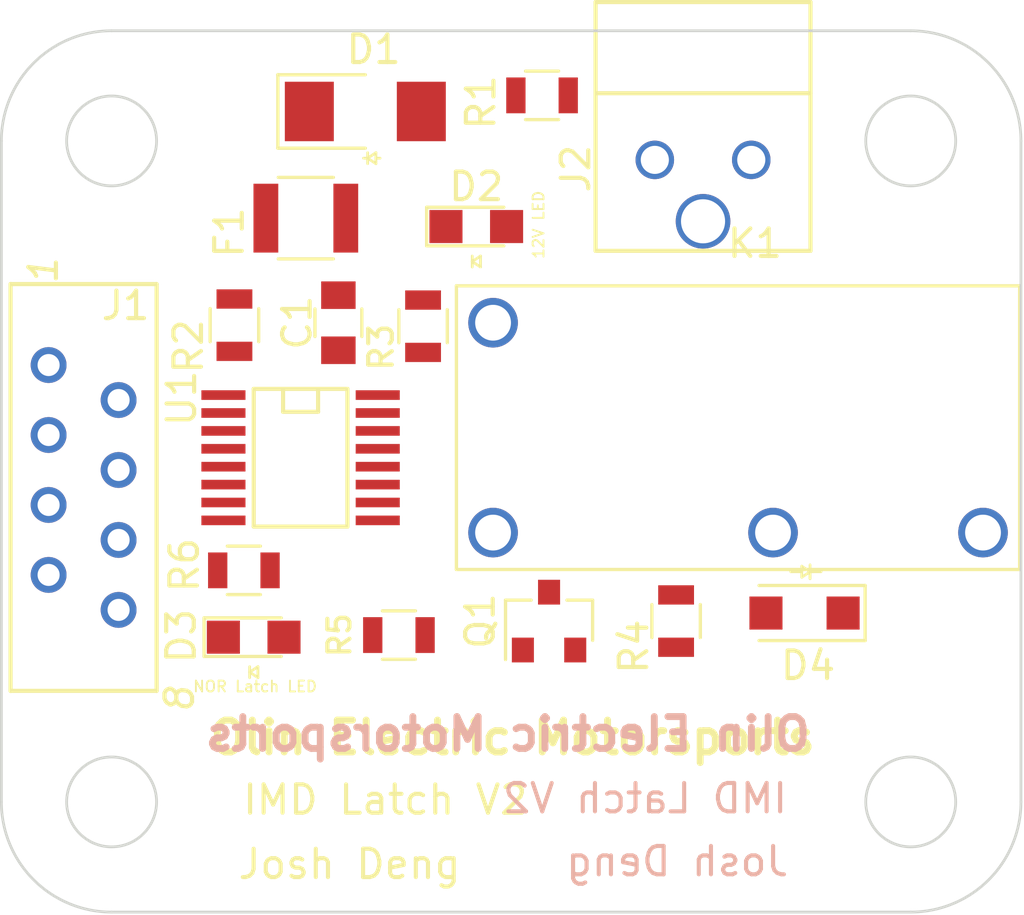
<source format=kicad_pcb>
(kicad_pcb (version 4) (host pcbnew 4.0.7-e2-6376~58~ubuntu16.04.1)

  (general
    (links 35)
    (no_connects 32)
    (area 139.8905 89.716899 177.428901 123.100301)
    (thickness 1.6)
    (drawings 36)
    (tracks 0)
    (zones 0)
    (modules 17)
    (nets 23)
  )

  (page A4)
  (layers
    (0 F.Cu signal)
    (31 B.Cu signal)
    (32 B.Adhes user hide)
    (33 F.Adhes user hide)
    (34 B.Paste user hide)
    (35 F.Paste user hide)
    (36 B.SilkS user)
    (37 F.SilkS user)
    (38 B.Mask user hide)
    (39 F.Mask user hide)
    (40 Dwgs.User user)
    (41 Cmts.User user hide)
    (42 Eco1.User user hide)
    (43 Eco2.User user hide)
    (44 Edge.Cuts user)
    (45 Margin user)
    (46 B.CrtYd user hide)
    (47 F.CrtYd user)
    (48 B.Fab user hide)
    (49 F.Fab user)
  )

  (setup
    (last_trace_width 0.1524)
    (user_trace_width 0.254)
    (user_trace_width 0.381)
    (user_trace_width 0.508)
    (user_trace_width 0.762)
    (trace_clearance 0.1524)
    (zone_clearance 0.508)
    (zone_45_only yes)
    (trace_min 0.1524)
    (segment_width 0.2)
    (edge_width 0.15)
    (via_size 0.6096)
    (via_drill 0.3048)
    (via_min_size 0.6096)
    (via_min_drill 0.3048)
    (uvia_size 0.3)
    (uvia_drill 0.1)
    (uvias_allowed no)
    (uvia_min_size 0)
    (uvia_min_drill 0)
    (pcb_text_width 0.3)
    (pcb_text_size 1.5 1.5)
    (mod_edge_width 0.15)
    (mod_text_size 1 1)
    (mod_text_width 0.15)
    (pad_size 1.524 1.524)
    (pad_drill 0.762)
    (pad_to_mask_clearance 0.2)
    (aux_axis_origin 0 0)
    (grid_origin 150.0505 100.9523)
    (visible_elements 7FFFFF7F)
    (pcbplotparams
      (layerselection 0x010f0_80000001)
      (usegerberextensions false)
      (excludeedgelayer true)
      (linewidth 0.100000)
      (plotframeref false)
      (viasonmask false)
      (mode 1)
      (useauxorigin false)
      (hpglpennumber 1)
      (hpglpenspeed 20)
      (hpglpendiameter 15)
      (hpglpenoverlay 2)
      (psnegative false)
      (psa4output false)
      (plotreference true)
      (plotvalue true)
      (plotinvisibletext false)
      (padsonsilk false)
      (subtractmaskfromsilk false)
      (outputformat 1)
      (mirror false)
      (drillshape 0)
      (scaleselection 1)
      (outputdirectory exports/))
  )

  (net 0 "")
  (net 1 "Net-(C1-Pad1)")
  (net 2 GND)
  (net 3 +12V)
  (net 4 "Net-(D2-Pad2)")
  (net 5 "Net-(D3-Pad2)")
  (net 6 /12V_Fused)
  (net 7 "Net-(J1-Pad3)")
  (net 8 "Net-(J1-Pad8)")
  (net 9 "Net-(J2-Pad2)")
  (net 10 "Net-(J2-Pad1)")
  (net 11 "Net-(Q1-Pad1)")
  (net 12 "Net-(U1-Pad1)")
  (net 13 "Net-(U1-Pad2)")
  (net 14 "Net-(U1-Pad3)")
  (net 15 "Net-(U1-Pad4)")
  (net 16 "Net-(U1-Pad10)")
  (net 17 "Net-(U1-Pad11)")
  (net 18 "Net-(U1-Pad12)")
  (net 19 "Net-(U1-Pad13)")
  (net 20 "Net-(U1-Pad14)")
  (net 21 "Net-(U1-Pad15)")
  (net 22 "Net-(D4-Pad2)")

  (net_class Default "This is the default net class."
    (clearance 0.1524)
    (trace_width 0.1524)
    (via_dia 0.6096)
    (via_drill 0.3048)
    (uvia_dia 0.3)
    (uvia_drill 0.1)
    (add_net +12V)
    (add_net /12V_Fused)
    (add_net GND)
    (add_net "Net-(C1-Pad1)")
    (add_net "Net-(D2-Pad2)")
    (add_net "Net-(D3-Pad2)")
    (add_net "Net-(D4-Pad2)")
    (add_net "Net-(J1-Pad3)")
    (add_net "Net-(J1-Pad8)")
    (add_net "Net-(J2-Pad1)")
    (add_net "Net-(J2-Pad2)")
    (add_net "Net-(Q1-Pad1)")
    (add_net "Net-(U1-Pad1)")
    (add_net "Net-(U1-Pad10)")
    (add_net "Net-(U1-Pad11)")
    (add_net "Net-(U1-Pad12)")
    (add_net "Net-(U1-Pad13)")
    (add_net "Net-(U1-Pad14)")
    (add_net "Net-(U1-Pad15)")
    (add_net "Net-(U1-Pad2)")
    (add_net "Net-(U1-Pad3)")
    (add_net "Net-(U1-Pad4)")
  )

  (module footprints:R_0805_OEM (layer F.Cu) (tedit 59F25131) (tstamp 5A0794AE)
    (at 149.0091 110.5789)
    (descr "Resistor SMD 0805, reflow soldering, Vishay (see dcrcw.pdf)")
    (tags "resistor 0805")
    (path /5A077434)
    (attr smd)
    (fp_text reference R6 (at -2.159 -0.1905 90) (layer F.SilkS)
      (effects (font (size 1 1) (thickness 0.15)))
    )
    (fp_text value R_2.2k (at 0 1.75) (layer F.Fab) hide
      (effects (font (size 1 1) (thickness 0.15)))
    )
    (fp_line (start -1 0.62) (end -1 -0.62) (layer F.Fab) (width 0.1))
    (fp_line (start 1 0.62) (end -1 0.62) (layer F.Fab) (width 0.1))
    (fp_line (start 1 -0.62) (end 1 0.62) (layer F.Fab) (width 0.1))
    (fp_line (start -1 -0.62) (end 1 -0.62) (layer F.Fab) (width 0.1))
    (fp_line (start 0.6 0.88) (end -0.6 0.88) (layer F.SilkS) (width 0.12))
    (fp_line (start -0.6 -0.88) (end 0.6 -0.88) (layer F.SilkS) (width 0.12))
    (fp_line (start -1.55 -0.9) (end 1.55 -0.9) (layer F.CrtYd) (width 0.05))
    (fp_line (start -1.55 -0.9) (end -1.55 0.9) (layer F.CrtYd) (width 0.05))
    (fp_line (start 1.55 0.9) (end 1.55 -0.9) (layer F.CrtYd) (width 0.05))
    (fp_line (start 1.55 0.9) (end -1.55 0.9) (layer F.CrtYd) (width 0.05))
    (pad 1 smd rect (at -0.95 0) (size 0.7 1.3) (layers F.Cu F.Paste F.Mask)
      (net 7 "Net-(J1-Pad3)"))
    (pad 2 smd rect (at 0.95 0) (size 0.7 1.3) (layers F.Cu F.Paste F.Mask)
      (net 2 GND))
    (model /home/josh/Formula/OEM_Preferred_Parts/3DModels/R_0805_OEM/res0805.wrl
      (at (xyz 0 0 0))
      (scale (xyz 1 1 1))
      (rotate (xyz 0 0 0))
    )
  )

  (module footprints:LED_0805_OEM (layer F.Cu) (tedit 59F2572F) (tstamp 5A0793DF)
    (at 149.3647 113.0046)
    (descr "LED 0805 smd package")
    (tags "LED led 0805 SMD smd SMT smt smdled SMDLED smtled SMTLED")
    (path /5A0578CF)
    (attr smd)
    (fp_text reference D3 (at -2.63 -0.04 90) (layer F.SilkS)
      (effects (font (size 1 1) (thickness 0.15)))
    )
    (fp_text value LED_0805 (at 0.508 2.032) (layer F.Fab) hide
      (effects (font (size 1 1) (thickness 0.15)))
    )
    (fp_line (start -1.8 -0.7) (end -1.8 0.7) (layer F.SilkS) (width 0.12))
    (fp_line (start -0.146 1.07) (end -0.146 1.47) (layer F.SilkS) (width 0.1))
    (fp_line (start -0.146 1.27) (end 0.154 1.07) (layer F.SilkS) (width 0.1))
    (fp_line (start 0.154 1.47) (end -0.146 1.27) (layer F.SilkS) (width 0.1))
    (fp_line (start 0.154 1.07) (end 0.154 1.47) (layer F.SilkS) (width 0.1))
    (fp_line (start 1 0.6) (end -1 0.6) (layer F.Fab) (width 0.1))
    (fp_line (start 1 -0.6) (end 1 0.6) (layer F.Fab) (width 0.1))
    (fp_line (start -1 -0.6) (end 1 -0.6) (layer F.Fab) (width 0.1))
    (fp_line (start -1 0.6) (end -1 -0.6) (layer F.Fab) (width 0.1))
    (fp_line (start -1.8 0.7) (end 1 0.7) (layer F.SilkS) (width 0.12))
    (fp_line (start -1.8 -0.7) (end 1 -0.7) (layer F.SilkS) (width 0.12))
    (fp_line (start 1.95 -0.85) (end 1.95 0.85) (layer F.CrtYd) (width 0.05))
    (fp_line (start 1.95 0.85) (end -1.95 0.85) (layer F.CrtYd) (width 0.05))
    (fp_line (start -1.95 0.85) (end -1.95 -0.85) (layer F.CrtYd) (width 0.05))
    (fp_line (start -1.95 -0.85) (end 1.95 -0.85) (layer F.CrtYd) (width 0.05))
    (pad 2 smd rect (at 1.1 0 180) (size 1.2 1.2) (layers F.Cu F.Paste F.Mask)
      (net 5 "Net-(D3-Pad2)"))
    (pad 1 smd rect (at -1.1 0 180) (size 1.2 1.2) (layers F.Cu F.Paste F.Mask)
      (net 2 GND))
    (model "/home/josh/Formula/OEM_Preferred_Parts/3DModels/LED_0805/LED 0805 Base GREEN001_sp.wrl"
      (at (xyz 0 0 0))
      (scale (xyz 1 1 1))
      (rotate (xyz 0 0 180))
    )
  )

  (module footprints:micromatch_female_ra_8 (layer F.Cu) (tedit 5A07AC2B) (tstamp 5A079401)
    (at 141.9225 108.204)
    (path /5A02849E)
    (fp_text reference J1 (at 2.794 -7.239) (layer F.SilkS)
      (effects (font (size 1 1) (thickness 0.15)))
    )
    (fp_text value micromatch_female_RA_8 (at 6.35 0 90) (layer F.Fab) hide
      (effects (font (size 1 1) (thickness 0.15)))
    )
    (fp_text user 8 (at 4.7498 7.0485 90) (layer F.SilkS)
      (effects (font (size 1 1) (thickness 0.15) italic))
    )
    (fp_text user 1 (at -0.1905 -8.5217 270) (layer F.SilkS)
      (effects (font (size 1 1) (thickness 0.15) italic))
    )
    (fp_line (start -1.38 6.75) (end 3.92 6.75) (layer F.SilkS) (width 0.15))
    (fp_line (start -1.38 -8.02) (end 3.92 -8.02) (layer F.SilkS) (width 0.15))
    (fp_line (start -1.38 6.75) (end -1.38 -8.02) (layer F.SilkS) (width 0.15))
    (fp_line (start 3.92 6.75) (end 3.92 -8.02) (layer F.SilkS) (width 0.15))
    (pad 5 thru_hole circle (at 0 0) (size 1.3 1.3) (drill 0.8) (layers *.Cu *.Mask)
      (net 6 /12V_Fused))
    (pad 3 thru_hole circle (at 0 -2.54) (size 1.3 1.3) (drill 0.8) (layers *.Cu *.Mask)
      (net 7 "Net-(J1-Pad3)"))
    (pad 1 thru_hole circle (at 0 -5.08) (size 1.3 1.3) (drill 0.8) (layers *.Cu *.Mask)
      (net 2 GND))
    (pad 7 thru_hole circle (at 0 2.54) (size 1.3 1.3) (drill 0.8) (layers *.Cu *.Mask)
      (net 2 GND))
    (pad 2 thru_hole circle (at 2.54 -3.81) (size 1.3 1.3) (drill 0.8) (layers *.Cu *.Mask)
      (net 3 +12V))
    (pad 4 thru_hole circle (at 2.54 -1.27) (size 1.3 1.3) (drill 0.8) (layers *.Cu *.Mask)
      (net 2 GND))
    (pad 6 thru_hole circle (at 2.54 1.27) (size 1.3 1.3) (drill 0.8) (layers *.Cu *.Mask)
      (net 2 GND))
    (pad 8 thru_hole circle (at 2.54 3.81) (size 1.3 1.3) (drill 0.8) (layers *.Cu *.Mask)
      (net 8 "Net-(J1-Pad8)"))
    (model /home/josh/Formula/OEM_Preferred_Parts/3DModels/Micromatch_Female_RA_8/micromatch_female_ra_8.wrl
      (at (xyz 0 0 0))
      (scale (xyz 1 1 1))
      (rotate (xyz 0 0 0))
    )
  )

  (module footprints:Ultrafit_2 (layer F.Cu) (tedit 59F11364) (tstamp 5A079414)
    (at 167.4215 95.6743 270)
    (path /5A058265)
    (fp_text reference J2 (at 0.3175 6.3702 270) (layer F.SilkS)
      (effects (font (size 1 1) (thickness 0.15)))
    )
    (fp_text value Ultrafit_2 (at 4.572 0.508 360) (layer F.Fab) hide
      (effects (font (size 1 1) (thickness 0.15)))
    )
    (fp_line (start -5.588 -2.032) (end -2.54 -2.032) (layer F.Fab) (width 0.15))
    (fp_line (start -2.54 -2.032) (end -2.54 5.588) (layer F.Fab) (width 0.15))
    (fp_line (start -2.54 5.588) (end -5.588 5.588) (layer F.Fab) (width 0.15))
    (fp_line (start -5.588 5.588) (end -5.588 -2.032) (layer F.Fab) (width 0.15))
    (fp_text user "6.55mm Clearance" (at -4.07 1.75 360) (layer F.Fab)
      (effects (font (size 0.5 0.5) (thickness 0.08)))
    )
    (fp_line (start -2.42 -2.15) (end -5.73 -2.15) (layer F.SilkS) (width 0.15))
    (fp_line (start -5.73 -2.15) (end -5.73 5.65) (layer F.SilkS) (width 0.15))
    (fp_line (start -5.73 5.65) (end -2.42 5.65) (layer F.SilkS) (width 0.15))
    (fp_line (start -2.42 5.65) (end 3.302 5.65) (layer F.SilkS) (width 0.15))
    (fp_line (start -2.42 -2.15) (end 3.302 -2.15) (layer F.SilkS) (width 0.15))
    (fp_line (start -2.42 5.65) (end -2.42 -2.15) (layer F.SilkS) (width 0.15))
    (fp_line (start 3.302 5.65) (end 3.302 -2.15) (layer F.SilkS) (width 0.15))
    (pad 2 thru_hole circle (at 0 0 270) (size 1.397 1.397) (drill 1.02) (layers *.Cu *.Mask)
      (net 9 "Net-(J2-Pad2)"))
    (pad 1 thru_hole circle (at 0 3.5 270) (size 1.397 1.397) (drill 1.02) (layers *.Cu *.Mask)
      (net 10 "Net-(J2-Pad1)"))
    (pad "" thru_hole circle (at 2.23 1.75 270) (size 1.981 1.981) (drill 1.6) (layers *.Cu *.Mask))
    (model /home/josh/Formula/OEM_Preferred_Parts/3DModels/Ultrafit-2/Ultrafit-2.wrl
      (at (xyz 0 0 0))
      (scale (xyz 1 1 1))
      (rotate (xyz 0 0 0))
    )
  )

  (module footprints:R_0805_OEM (layer F.Cu) (tedit 59F25131) (tstamp 5A07945E)
    (at 159.8295 93.3323)
    (descr "Resistor SMD 0805, reflow soldering, Vishay (see dcrcw.pdf)")
    (tags "resistor 0805")
    (path /59E0432B)
    (attr smd)
    (fp_text reference R1 (at -2.22 0.254 90) (layer F.SilkS)
      (effects (font (size 1 1) (thickness 0.15)))
    )
    (fp_text value R_1k (at 0 1.75) (layer F.Fab) hide
      (effects (font (size 1 1) (thickness 0.15)))
    )
    (fp_line (start -1 0.62) (end -1 -0.62) (layer F.Fab) (width 0.1))
    (fp_line (start 1 0.62) (end -1 0.62) (layer F.Fab) (width 0.1))
    (fp_line (start 1 -0.62) (end 1 0.62) (layer F.Fab) (width 0.1))
    (fp_line (start -1 -0.62) (end 1 -0.62) (layer F.Fab) (width 0.1))
    (fp_line (start 0.6 0.88) (end -0.6 0.88) (layer F.SilkS) (width 0.12))
    (fp_line (start -0.6 -0.88) (end 0.6 -0.88) (layer F.SilkS) (width 0.12))
    (fp_line (start -1.55 -0.9) (end 1.55 -0.9) (layer F.CrtYd) (width 0.05))
    (fp_line (start -1.55 -0.9) (end -1.55 0.9) (layer F.CrtYd) (width 0.05))
    (fp_line (start 1.55 0.9) (end 1.55 -0.9) (layer F.CrtYd) (width 0.05))
    (fp_line (start 1.55 0.9) (end -1.55 0.9) (layer F.CrtYd) (width 0.05))
    (pad 1 smd rect (at -0.95 0) (size 0.7 1.3) (layers F.Cu F.Paste F.Mask)
      (net 6 /12V_Fused))
    (pad 2 smd rect (at 0.95 0) (size 0.7 1.3) (layers F.Cu F.Paste F.Mask)
      (net 4 "Net-(D2-Pad2)"))
    (model /home/josh/Formula/OEM_Preferred_Parts/3DModels/R_0805_OEM/res0805.wrl
      (at (xyz 0 0 0))
      (scale (xyz 1 1 1))
      (rotate (xyz 0 0 0))
    )
  )

  (module footprints:R_0805_OEM (layer F.Cu) (tedit 59F25131) (tstamp 5A07946E)
    (at 148.6662 101.6762 270)
    (descr "Resistor SMD 0805, reflow soldering, Vishay (see dcrcw.pdf)")
    (tags "resistor 0805")
    (path /5A08F41B)
    (attr smd)
    (fp_text reference R2 (at 0.77 1.67 270) (layer F.SilkS)
      (effects (font (size 1 1) (thickness 0.15)))
    )
    (fp_text value R_576k (at 0 1.75 270) (layer F.Fab) hide
      (effects (font (size 1 1) (thickness 0.15)))
    )
    (fp_line (start -1 0.62) (end -1 -0.62) (layer F.Fab) (width 0.1))
    (fp_line (start 1 0.62) (end -1 0.62) (layer F.Fab) (width 0.1))
    (fp_line (start 1 -0.62) (end 1 0.62) (layer F.Fab) (width 0.1))
    (fp_line (start -1 -0.62) (end 1 -0.62) (layer F.Fab) (width 0.1))
    (fp_line (start 0.6 0.88) (end -0.6 0.88) (layer F.SilkS) (width 0.12))
    (fp_line (start -0.6 -0.88) (end 0.6 -0.88) (layer F.SilkS) (width 0.12))
    (fp_line (start -1.55 -0.9) (end 1.55 -0.9) (layer F.CrtYd) (width 0.05))
    (fp_line (start -1.55 -0.9) (end -1.55 0.9) (layer F.CrtYd) (width 0.05))
    (fp_line (start 1.55 0.9) (end 1.55 -0.9) (layer F.CrtYd) (width 0.05))
    (fp_line (start 1.55 0.9) (end -1.55 0.9) (layer F.CrtYd) (width 0.05))
    (pad 1 smd rect (at -0.95 0 270) (size 0.7 1.3) (layers F.Cu F.Paste F.Mask)
      (net 1 "Net-(C1-Pad1)"))
    (pad 2 smd rect (at 0.95 0 270) (size 0.7 1.3) (layers F.Cu F.Paste F.Mask)
      (net 6 /12V_Fused))
    (model /home/josh/Formula/OEM_Preferred_Parts/3DModels/R_0805_OEM/res0805.wrl
      (at (xyz 0 0 0))
      (scale (xyz 1 1 1))
      (rotate (xyz 0 0 0))
    )
  )

  (module footprints:R_0805_OEM (layer F.Cu) (tedit 5A0A4AF2) (tstamp 5A07947E)
    (at 155.5115 101.7143 90)
    (descr "Resistor SMD 0805, reflow soldering, Vishay (see dcrcw.pdf)")
    (tags "resistor 0805")
    (path /5A08F396)
    (attr smd)
    (fp_text reference R3 (at -0.762 -1.524 90) (layer F.SilkS)
      (effects (font (size 0.856 0.856) (thickness 0.15)))
    )
    (fp_text value R_2.94M (at 0 1.75 90) (layer F.Fab) hide
      (effects (font (size 1 1) (thickness 0.15)))
    )
    (fp_line (start -1 0.62) (end -1 -0.62) (layer F.Fab) (width 0.1))
    (fp_line (start 1 0.62) (end -1 0.62) (layer F.Fab) (width 0.1))
    (fp_line (start 1 -0.62) (end 1 0.62) (layer F.Fab) (width 0.1))
    (fp_line (start -1 -0.62) (end 1 -0.62) (layer F.Fab) (width 0.1))
    (fp_line (start 0.6 0.88) (end -0.6 0.88) (layer F.SilkS) (width 0.12))
    (fp_line (start -0.6 -0.88) (end 0.6 -0.88) (layer F.SilkS) (width 0.12))
    (fp_line (start -1.55 -0.9) (end 1.55 -0.9) (layer F.CrtYd) (width 0.05))
    (fp_line (start -1.55 -0.9) (end -1.55 0.9) (layer F.CrtYd) (width 0.05))
    (fp_line (start 1.55 0.9) (end 1.55 -0.9) (layer F.CrtYd) (width 0.05))
    (fp_line (start 1.55 0.9) (end -1.55 0.9) (layer F.CrtYd) (width 0.05))
    (pad 1 smd rect (at -0.95 0 90) (size 0.7 1.3) (layers F.Cu F.Paste F.Mask)
      (net 1 "Net-(C1-Pad1)"))
    (pad 2 smd rect (at 0.95 0 90) (size 0.7 1.3) (layers F.Cu F.Paste F.Mask)
      (net 2 GND))
    (model /home/josh/Formula/OEM_Preferred_Parts/3DModels/R_0805_OEM/res0805.wrl
      (at (xyz 0 0 0))
      (scale (xyz 1 1 1))
      (rotate (xyz 0 0 0))
    )
  )

  (module footprints:R_0805_OEM (layer F.Cu) (tedit 59F25131) (tstamp 5A07948E)
    (at 164.6936 112.4204 270)
    (descr "Resistor SMD 0805, reflow soldering, Vishay (see dcrcw.pdf)")
    (tags "resistor 0805")
    (path /5A054B2F)
    (attr smd)
    (fp_text reference R4 (at 0.9271 1.5367 450) (layer F.SilkS)
      (effects (font (size 1 1) (thickness 0.15)))
    )
    (fp_text value R_1M (at 0 1.75 270) (layer F.Fab) hide
      (effects (font (size 1 1) (thickness 0.15)))
    )
    (fp_line (start -1 0.62) (end -1 -0.62) (layer F.Fab) (width 0.1))
    (fp_line (start 1 0.62) (end -1 0.62) (layer F.Fab) (width 0.1))
    (fp_line (start 1 -0.62) (end 1 0.62) (layer F.Fab) (width 0.1))
    (fp_line (start -1 -0.62) (end 1 -0.62) (layer F.Fab) (width 0.1))
    (fp_line (start 0.6 0.88) (end -0.6 0.88) (layer F.SilkS) (width 0.12))
    (fp_line (start -0.6 -0.88) (end 0.6 -0.88) (layer F.SilkS) (width 0.12))
    (fp_line (start -1.55 -0.9) (end 1.55 -0.9) (layer F.CrtYd) (width 0.05))
    (fp_line (start -1.55 -0.9) (end -1.55 0.9) (layer F.CrtYd) (width 0.05))
    (fp_line (start 1.55 0.9) (end 1.55 -0.9) (layer F.CrtYd) (width 0.05))
    (fp_line (start 1.55 0.9) (end -1.55 0.9) (layer F.CrtYd) (width 0.05))
    (pad 1 smd rect (at -0.95 0 270) (size 0.7 1.3) (layers F.Cu F.Paste F.Mask)
      (net 11 "Net-(Q1-Pad1)"))
    (pad 2 smd rect (at 0.95 0 270) (size 0.7 1.3) (layers F.Cu F.Paste F.Mask)
      (net 2 GND))
    (model /home/josh/Formula/OEM_Preferred_Parts/3DModels/R_0805_OEM/res0805.wrl
      (at (xyz 0 0 0))
      (scale (xyz 1 1 1))
      (rotate (xyz 0 0 0))
    )
  )

  (module footprints:R_0805_OEM (layer F.Cu) (tedit 5A07AD94) (tstamp 5A07949E)
    (at 154.6352 112.9284 180)
    (descr "Resistor SMD 0805, reflow soldering, Vishay (see dcrcw.pdf)")
    (tags "resistor 0805")
    (path /5A057840)
    (attr smd)
    (fp_text reference R5 (at 2.159 0 270) (layer F.SilkS)
      (effects (font (size 0.8 0.8) (thickness 0.15)))
    )
    (fp_text value R_1k (at 0 1.75 180) (layer F.Fab) hide
      (effects (font (size 1 1) (thickness 0.15)))
    )
    (fp_line (start -1 0.62) (end -1 -0.62) (layer F.Fab) (width 0.1))
    (fp_line (start 1 0.62) (end -1 0.62) (layer F.Fab) (width 0.1))
    (fp_line (start 1 -0.62) (end 1 0.62) (layer F.Fab) (width 0.1))
    (fp_line (start -1 -0.62) (end 1 -0.62) (layer F.Fab) (width 0.1))
    (fp_line (start 0.6 0.88) (end -0.6 0.88) (layer F.SilkS) (width 0.12))
    (fp_line (start -0.6 -0.88) (end 0.6 -0.88) (layer F.SilkS) (width 0.12))
    (fp_line (start -1.55 -0.9) (end 1.55 -0.9) (layer F.CrtYd) (width 0.05))
    (fp_line (start -1.55 -0.9) (end -1.55 0.9) (layer F.CrtYd) (width 0.05))
    (fp_line (start 1.55 0.9) (end 1.55 -0.9) (layer F.CrtYd) (width 0.05))
    (fp_line (start 1.55 0.9) (end -1.55 0.9) (layer F.CrtYd) (width 0.05))
    (pad 1 smd rect (at -0.95 0 180) (size 0.7 1.3) (layers F.Cu F.Paste F.Mask)
      (net 11 "Net-(Q1-Pad1)"))
    (pad 2 smd rect (at 0.95 0 180) (size 0.7 1.3) (layers F.Cu F.Paste F.Mask)
      (net 5 "Net-(D3-Pad2)"))
    (model /home/josh/Formula/OEM_Preferred_Parts/3DModels/R_0805_OEM/res0805.wrl
      (at (xyz 0 0 0))
      (scale (xyz 1 1 1))
      (rotate (xyz 0 0 0))
    )
  )

  (module footprints:SOT-23F (layer F.Cu) (tedit 59F24B04) (tstamp 5A07944E)
    (at 160.0835 112.4204 90)
    (descr "SOT-23, Standard")
    (tags SOT-23)
    (path /5A02B82C)
    (attr smd)
    (fp_text reference Q1 (at 0 -2.5 90) (layer F.SilkS)
      (effects (font (size 1 1) (thickness 0.15)))
    )
    (fp_text value SSM3K333R (at 0 2.5 90) (layer F.Fab) hide
      (effects (font (size 1 1) (thickness 0.15)))
    )
    (fp_line (start -0.7 -0.95) (end -0.7 1.5) (layer F.Fab) (width 0.1))
    (fp_line (start -0.15 -1.52) (end 0.7 -1.52) (layer F.Fab) (width 0.1))
    (fp_line (start -0.7 -0.95) (end -0.15 -1.52) (layer F.Fab) (width 0.1))
    (fp_line (start 0.7 -1.52) (end 0.7 1.52) (layer F.Fab) (width 0.1))
    (fp_line (start -0.7 1.52) (end 0.7 1.52) (layer F.Fab) (width 0.1))
    (fp_line (start 0.76 1.58) (end 0.76 0.65) (layer F.SilkS) (width 0.12))
    (fp_line (start 0.76 -1.58) (end 0.76 -0.65) (layer F.SilkS) (width 0.12))
    (fp_line (start -1.7 -1.75) (end 1.7 -1.75) (layer F.CrtYd) (width 0.05))
    (fp_line (start 1.7 -1.75) (end 1.7 1.75) (layer F.CrtYd) (width 0.05))
    (fp_line (start 1.7 1.75) (end -1.7 1.75) (layer F.CrtYd) (width 0.05))
    (fp_line (start -1.7 1.75) (end -1.7 -1.75) (layer F.CrtYd) (width 0.05))
    (fp_line (start 0.76 -1.58) (end -1.4 -1.58) (layer F.SilkS) (width 0.12))
    (fp_line (start 0.76 1.58) (end -0.7 1.58) (layer F.SilkS) (width 0.12))
    (pad 1 smd rect (at -1.05 -0.95 90) (size 0.9 0.8) (layers F.Cu F.Paste F.Mask)
      (net 11 "Net-(Q1-Pad1)"))
    (pad 2 smd rect (at -1.05 0.95 90) (size 0.9 0.8) (layers F.Cu F.Paste F.Mask)
      (net 2 GND))
    (pad 3 smd rect (at 1.05 0 90) (size 0.9 0.8) (layers F.Cu F.Paste F.Mask)
      (net 22 "Net-(D4-Pad2)"))
    (model /home/josh/Formula/OEM_Preferred_Parts/3DModels/SOT-23_OEM/SOT-23.wrl
      (at (xyz 0 0 0))
      (scale (xyz 1 1 1))
      (rotate (xyz 0 0 0))
    )
  )

  (module footprints:C_0805_OEM (layer F.Cu) (tedit 59F250E7) (tstamp 5A07939E)
    (at 152.4381 101.5873 90)
    (descr "Capacitor SMD 0805, reflow soldering, AVX (see smccp.pdf)")
    (tags "capacitor 0805")
    (path /5A027880)
    (attr smd)
    (fp_text reference C1 (at 0 -1.5 90) (layer F.SilkS)
      (effects (font (size 1 1) (thickness 0.15)))
    )
    (fp_text value C_10uF (at 0 1.75 90) (layer F.Fab) hide
      (effects (font (size 1 1) (thickness 0.15)))
    )
    (fp_line (start -1 0.62) (end -1 -0.62) (layer F.Fab) (width 0.1))
    (fp_line (start 1 0.62) (end -1 0.62) (layer F.Fab) (width 0.1))
    (fp_line (start 1 -0.62) (end 1 0.62) (layer F.Fab) (width 0.1))
    (fp_line (start -1 -0.62) (end 1 -0.62) (layer F.Fab) (width 0.1))
    (fp_line (start 0.5 -0.85) (end -0.5 -0.85) (layer F.SilkS) (width 0.12))
    (fp_line (start -0.5 0.85) (end 0.5 0.85) (layer F.SilkS) (width 0.12))
    (fp_line (start -1.75 -0.88) (end 1.75 -0.88) (layer F.CrtYd) (width 0.05))
    (fp_line (start -1.75 -0.88) (end -1.75 0.87) (layer F.CrtYd) (width 0.05))
    (fp_line (start 1.75 0.87) (end 1.75 -0.88) (layer F.CrtYd) (width 0.05))
    (fp_line (start 1.75 0.87) (end -1.75 0.87) (layer F.CrtYd) (width 0.05))
    (pad 1 smd rect (at -1 0 90) (size 1 1.25) (layers F.Cu F.Paste F.Mask)
      (net 1 "Net-(C1-Pad1)"))
    (pad 2 smd rect (at 1 0 90) (size 1 1.25) (layers F.Cu F.Paste F.Mask)
      (net 2 GND))
    (model /home/josh/Formula/OEM_Preferred_Parts/3DModels/C_0805_OEM/C_0805.wrl
      (at (xyz 0 0 0))
      (scale (xyz 1 1 1))
      (rotate (xyz 0 0 0))
    )
  )

  (module footprints:LED_0805_OEM (layer F.Cu) (tedit 59F2572F) (tstamp 5A0793CA)
    (at 157.4419 98.0948)
    (descr "LED 0805 smd package")
    (tags "LED led 0805 SMD smd SMT smt smdled SMDLED smtled SMTLED")
    (path /59E047E3)
    (attr smd)
    (fp_text reference D2 (at 0 -1.45) (layer F.SilkS)
      (effects (font (size 1 1) (thickness 0.15)))
    )
    (fp_text value LED_0805 (at 0.508 2.032) (layer F.Fab) hide
      (effects (font (size 1 1) (thickness 0.15)))
    )
    (fp_line (start -1.8 -0.7) (end -1.8 0.7) (layer F.SilkS) (width 0.12))
    (fp_line (start -0.146 1.07) (end -0.146 1.47) (layer F.SilkS) (width 0.1))
    (fp_line (start -0.146 1.27) (end 0.154 1.07) (layer F.SilkS) (width 0.1))
    (fp_line (start 0.154 1.47) (end -0.146 1.27) (layer F.SilkS) (width 0.1))
    (fp_line (start 0.154 1.07) (end 0.154 1.47) (layer F.SilkS) (width 0.1))
    (fp_line (start 1 0.6) (end -1 0.6) (layer F.Fab) (width 0.1))
    (fp_line (start 1 -0.6) (end 1 0.6) (layer F.Fab) (width 0.1))
    (fp_line (start -1 -0.6) (end 1 -0.6) (layer F.Fab) (width 0.1))
    (fp_line (start -1 0.6) (end -1 -0.6) (layer F.Fab) (width 0.1))
    (fp_line (start -1.8 0.7) (end 1 0.7) (layer F.SilkS) (width 0.12))
    (fp_line (start -1.8 -0.7) (end 1 -0.7) (layer F.SilkS) (width 0.12))
    (fp_line (start 1.95 -0.85) (end 1.95 0.85) (layer F.CrtYd) (width 0.05))
    (fp_line (start 1.95 0.85) (end -1.95 0.85) (layer F.CrtYd) (width 0.05))
    (fp_line (start -1.95 0.85) (end -1.95 -0.85) (layer F.CrtYd) (width 0.05))
    (fp_line (start -1.95 -0.85) (end 1.95 -0.85) (layer F.CrtYd) (width 0.05))
    (pad 2 smd rect (at 1.1 0 180) (size 1.2 1.2) (layers F.Cu F.Paste F.Mask)
      (net 4 "Net-(D2-Pad2)"))
    (pad 1 smd rect (at -1.1 0 180) (size 1.2 1.2) (layers F.Cu F.Paste F.Mask)
      (net 2 GND))
    (model "/home/josh/Formula/OEM_Preferred_Parts/3DModels/LED_0805/LED 0805 Base GREEN001_sp.wrl"
      (at (xyz 0 0 0))
      (scale (xyz 1 1 1))
      (rotate (xyz 0 0 180))
    )
  )

  (module footprints:Relay_SPST_OMRON-G5Q-1A4_OEM (layer F.Cu) (tedit 59F2AABB) (tstamp 5A07943A)
    (at 158.0515 109.2073)
    (descr "Relay SPST-NO Omron Serie G5Q")
    (tags "Relay SPST-NO Omron Serie G5Q")
    (path /5A029E8F)
    (fp_text reference K1 (at 9.5 -10.5 180) (layer F.SilkS)
      (effects (font (size 1 1) (thickness 0.15)))
    )
    (fp_text value G5Q-1A4-DC5-5V (at 8.8 3) (layer F.Fab) hide
      (effects (font (size 1 1) (thickness 0.15)))
    )
    (fp_text user %R (at 9.6 -4.5) (layer F.Fab) hide
      (effects (font (size 1 1) (thickness 0.15)))
    )
    (fp_line (start 0 -1) (end 0 -6.5) (layer F.Fab) (width 0.1))
    (fp_line (start 18.96 -8.81) (end 18.96 1.19) (layer F.Fab) (width 0.1))
    (fp_line (start 18.96 1.19) (end -1.18 1.19) (layer F.Fab) (width 0.1))
    (fp_line (start -1.18 1.19) (end -1.18 -8.81) (layer F.Fab) (width 0.1))
    (fp_line (start -1.18 -8.81) (end 18.96 -8.81) (layer F.Fab) (width 0.1))
    (fp_line (start -1.45 -9.05) (end 19.2 -9.05) (layer F.CrtYd) (width 0.05))
    (fp_line (start 19.2 -9.05) (end 19.2 1.45) (layer F.CrtYd) (width 0.05))
    (fp_line (start 19.2 1.45) (end -1.45 1.45) (layer F.CrtYd) (width 0.05))
    (fp_line (start -1.45 1.45) (end -1.45 -9.05) (layer F.CrtYd) (width 0.05))
    (fp_line (start 15.24 -3.81) (end 18.03 -5.21) (layer F.Fab) (width 0.12))
    (fp_line (start 17.78 -1.27) (end 17.78 -2.54) (layer F.Fab) (width 0.12))
    (fp_line (start 10.16 -1.27) (end 10.16 -3.81) (layer F.Fab) (width 0.12))
    (fp_line (start 10.16 -3.81) (end 15.24 -3.81) (layer F.Fab) (width 0.12))
    (fp_line (start 2.03 -3.05) (end 3.05 -4.06) (layer F.Fab) (width 0.12))
    (fp_line (start 2.54 -7.62) (end 1.27 -7.62) (layer F.Fab) (width 0.12))
    (fp_line (start 2.54 -4.83) (end 2.54 -7.62) (layer F.Fab) (width 0.12))
    (fp_line (start 2.54 0) (end 2.54 -2.29) (layer F.Fab) (width 0.12))
    (fp_line (start 1.27 0) (end 2.54 0) (layer F.Fab) (width 0.12))
    (fp_line (start 2.54 -2.29) (end 2.03 -2.29) (layer F.Fab) (width 0.12))
    (fp_line (start 2.03 -2.29) (end 2.03 -4.83) (layer F.Fab) (width 0.12))
    (fp_line (start 2.03 -4.83) (end 2.54 -4.83) (layer F.Fab) (width 0.12))
    (fp_line (start 2.54 -4.83) (end 3.05 -4.83) (layer F.Fab) (width 0.12))
    (fp_line (start 3.05 -4.83) (end 3.05 -2.29) (layer F.Fab) (width 0.12))
    (fp_line (start 3.05 -2.29) (end 2.54 -2.29) (layer F.Fab) (width 0.12))
    (fp_line (start -1.33 1.34) (end 19.11 1.34) (layer F.SilkS) (width 0.12))
    (fp_line (start 19.11 1.34) (end 19.11 -8.96) (layer F.SilkS) (width 0.12))
    (fp_line (start -1.33 1.34) (end -1.33 -8.96) (layer F.SilkS) (width 0.12))
    (fp_line (start -1.33 -8.96) (end 19.11 -8.96) (layer F.SilkS) (width 0.12))
    (fp_circle (center 15.24 -3.81) (end 15.24 -3.68) (layer F.Fab) (width 0.12))
    (pad 1 thru_hole circle (at 0 0 180) (size 1.8 1.8) (drill 1.3) (layers *.Cu *.Mask)
      (net 22 "Net-(D4-Pad2)"))
    (pad 2 thru_hole circle (at 10.16 0 180) (size 1.8 1.8) (drill 1.3) (layers *.Cu *.Mask)
      (net 10 "Net-(J2-Pad1)"))
    (pad 3 thru_hole circle (at 17.78 0 180) (size 1.8 1.8) (drill 1.3) (layers *.Cu *.Mask)
      (net 9 "Net-(J2-Pad2)"))
    (pad 5 thru_hole circle (at 0 -7.62 180) (size 1.8 1.8) (drill 1.3) (layers *.Cu *.Mask)
      (net 6 /12V_Fused))
    (model /home/josh/Formula/OEM_Preferred_Parts/3DModels/G5Q_OEM/G5Q.wrl
      (at (xyz 0 0 0))
      (scale (xyz 1 1 1))
      (rotate (xyz 0 0 0))
    )
  )

  (module footprints:Fuse_1210 (layer F.Cu) (tedit 59F24A11) (tstamp 5A0793EF)
    (at 151.257 97.79)
    (descr "Resistor SMD 1210, reflow soldering, Vishay (see dcrcw.pdf)")
    (tags "resistor 1210")
    (path /59E0A5CF)
    (attr smd)
    (fp_text reference F1 (at -2.7813 0.5207 90) (layer F.SilkS)
      (effects (font (size 1 1) (thickness 0.15)))
    )
    (fp_text value 500mA (at 0 2.4) (layer F.Fab) hide
      (effects (font (size 1 1) (thickness 0.15)))
    )
    (fp_line (start -1.6 1.25) (end -1.6 -1.25) (layer F.Fab) (width 0.1))
    (fp_line (start 1.6 1.25) (end -1.6 1.25) (layer F.Fab) (width 0.1))
    (fp_line (start 1.6 -1.25) (end 1.6 1.25) (layer F.Fab) (width 0.1))
    (fp_line (start -1.6 -1.25) (end 1.6 -1.25) (layer F.Fab) (width 0.1))
    (fp_line (start 1 1.48) (end -1 1.48) (layer F.SilkS) (width 0.12))
    (fp_line (start -1 -1.48) (end 1 -1.48) (layer F.SilkS) (width 0.12))
    (fp_line (start -2.15 -1.5) (end 2.15 -1.5) (layer F.CrtYd) (width 0.05))
    (fp_line (start -2.15 -1.5) (end -2.15 1.5) (layer F.CrtYd) (width 0.05))
    (fp_line (start 2.15 1.5) (end 2.15 -1.5) (layer F.CrtYd) (width 0.05))
    (fp_line (start 2.15 1.5) (end -2.15 1.5) (layer F.CrtYd) (width 0.05))
    (pad 1 smd rect (at -1.45 0) (size 0.9 2.5) (layers F.Cu F.Paste F.Mask)
      (net 3 +12V))
    (pad 2 smd rect (at 1.45 0) (size 0.9 2.5) (layers F.Cu F.Paste F.Mask)
      (net 6 /12V_Fused))
    (model /home/josh/Formula/OEM_Preferred_Parts/3DModels/Fuse_1210_OEM/Fuse1210.wrl
      (at (xyz 0 0 0))
      (scale (xyz 1 1 1))
      (rotate (xyz 0 0 0))
    )
  )

  (module footprints:D_SOD-123W_OEM (layer F.Cu) (tedit 59F7E4A2) (tstamp 5A07A5ED)
    (at 169.3545 112.1283 180)
    (descr D_SOD-123F)
    (tags D_SOD-123F)
    (path /5A07A854)
    (attr smd)
    (fp_text reference D4 (at -0.127 -1.905 180) (layer F.SilkS)
      (effects (font (size 1 1) (thickness 0.15)))
    )
    (fp_text value D_Schottky_SOD123 (at -0.25 2.1 180) (layer F.Fab) hide
      (effects (font (size 1 1) (thickness 0.25)))
    )
    (fp_line (start 0.1 1.5) (end 0.5 1.5) (layer F.SilkS) (width 0.1))
    (fp_line (start -0.2 1.5) (end 0.1 1.3) (layer F.SilkS) (width 0.1))
    (fp_line (start 0.1 1.3) (end 0.1 1.7) (layer F.SilkS) (width 0.1))
    (fp_line (start 0.1 1.7) (end -0.2 1.5) (layer F.SilkS) (width 0.1))
    (fp_line (start -0.6 1.5) (end -0.2 1.5) (layer F.SilkS) (width 0.1))
    (fp_line (start -0.2 1.5) (end -0.2 1.25) (layer F.SilkS) (width 0.1))
    (fp_line (start -0.2 1.25) (end -0.2 1.75) (layer F.SilkS) (width 0.1))
    (fp_text user %R (at -0.127 -1.905 180) (layer F.Fab) hide
      (effects (font (size 1 1) (thickness 0.15)))
    )
    (fp_line (start -2.2 -1) (end -2.2 1) (layer F.SilkS) (width 0.12))
    (fp_line (start 0.25 0) (end 0.75 0) (layer F.Fab) (width 0.1))
    (fp_line (start 0.25 0.4) (end -0.35 0) (layer F.Fab) (width 0.1))
    (fp_line (start 0.25 -0.4) (end 0.25 0.4) (layer F.Fab) (width 0.1))
    (fp_line (start -0.35 0) (end 0.25 -0.4) (layer F.Fab) (width 0.1))
    (fp_line (start -0.35 0) (end -0.35 0.55) (layer F.Fab) (width 0.1))
    (fp_line (start -0.35 0) (end -0.35 -0.55) (layer F.Fab) (width 0.1))
    (fp_line (start -0.75 0) (end -0.35 0) (layer F.Fab) (width 0.1))
    (fp_line (start -1.4 0.9) (end -1.4 -0.9) (layer F.Fab) (width 0.1))
    (fp_line (start 1.4 0.9) (end -1.4 0.9) (layer F.Fab) (width 0.1))
    (fp_line (start 1.4 -0.9) (end 1.4 0.9) (layer F.Fab) (width 0.1))
    (fp_line (start -1.4 -0.9) (end 1.4 -0.9) (layer F.Fab) (width 0.1))
    (fp_line (start -2.3 -1.15) (end 2.2 -1.15) (layer F.CrtYd) (width 0.05))
    (fp_line (start 2.2 -1.15) (end 2.2 1.15) (layer F.CrtYd) (width 0.05))
    (fp_line (start 2.2 1.15) (end -2.3 1.15) (layer F.CrtYd) (width 0.05))
    (fp_line (start -2.3 -1.15) (end -2.3 1.15) (layer F.CrtYd) (width 0.05))
    (fp_line (start -2.2 1) (end 1.65 1) (layer F.SilkS) (width 0.12))
    (fp_line (start -2.2 -1) (end 1.65 -1) (layer F.SilkS) (width 0.12))
    (pad 1 smd rect (at -1.4 0 180) (size 1.2 1.2) (layers F.Cu F.Paste F.Mask)
      (net 6 /12V_Fused))
    (pad 2 smd rect (at 1.4 0 180) (size 1.2 1.2) (layers F.Cu F.Paste F.Mask)
      (net 22 "Net-(D4-Pad2)"))
    (model /home/josh/Formula/OEM_Preferred_Parts/3DModels/SOD-123_OEM/SOD-123.wrl
      (at (xyz 0 0 0))
      (scale (xyz 1 1 1))
      (rotate (xyz 0 0 0))
    )
  )

  (module footprints:DO-214AA (layer F.Cu) (tedit 59F242BC) (tstamp 5A0793B5)
    (at 153.416 93.9165)
    (descr "http://www.diodes.com/datasheets/ap02001.pdf p.144")
    (tags "Diode SOD523")
    (path /59F27771)
    (attr smd)
    (fp_text reference D1 (at 0.3 -2.25) (layer F.SilkS)
      (effects (font (size 1 1) (thickness 0.15)))
    )
    (fp_text value D_Zener_18V (at 0 2.286) (layer F.Fab) hide
      (effects (font (size 1 1) (thickness 0.15)))
    )
    (fp_line (start -3.175 -1.3335) (end -3.175 1.3335) (layer F.SilkS) (width 0.12))
    (fp_line (start 3.302 -1.4605) (end 3.302 1.4605) (layer F.CrtYd) (width 0.05))
    (fp_line (start -3.302 -1.4605) (end 3.302 -1.4605) (layer F.CrtYd) (width 0.05))
    (fp_line (start -3.302 -1.4605) (end -3.302 1.4605) (layer F.CrtYd) (width 0.05))
    (fp_line (start -3.302 1.4605) (end 3.302 1.4605) (layer F.CrtYd) (width 0.05))
    (fp_line (start 0.384 1.696) (end 0.534 1.696) (layer F.SilkS) (width 0.1))
    (fp_line (start 0.384 1.496) (end 0.084 1.696) (layer F.SilkS) (width 0.1))
    (fp_line (start 0.384 1.896) (end 0.384 1.496) (layer F.SilkS) (width 0.1))
    (fp_line (start 0.084 1.696) (end 0.384 1.896) (layer F.SilkS) (width 0.1))
    (fp_line (start 0.084 1.696) (end -0.066 1.696) (layer F.SilkS) (width 0.1))
    (fp_line (start 0.084 1.896) (end 0.084 1.496) (layer F.SilkS) (width 0.1))
    (fp_line (start 2.3749 -1.9685) (end 2.3749 1.9685) (layer F.Fab) (width 0.1))
    (fp_line (start -2.3749 -1.9685) (end 2.3749 -1.9685) (layer F.Fab) (width 0.1))
    (fp_line (start -2.3749 -1.9685) (end -2.3749 1.9685) (layer F.Fab) (width 0.1))
    (fp_line (start 2.3749 1.9685) (end -2.3749 1.9685) (layer F.Fab) (width 0.1))
    (fp_line (start -3.175 1.3335) (end 0 1.3335) (layer F.SilkS) (width 0.12))
    (fp_line (start -3.175 -1.3335) (end 0 -1.3335) (layer F.SilkS) (width 0.12))
    (pad 2 smd rect (at 2.032 0 180) (size 1.778 2.159) (layers F.Cu F.Paste F.Mask)
      (net 2 GND))
    (pad 1 smd rect (at -2.032 0 180) (size 1.778 2.159) (layers F.Cu F.Paste F.Mask)
      (net 3 +12V))
    (model /home/josh/Formula/OEM_Preferred_Parts/3DModels/DO_214AA_OEM/DO_214AA.wrl
      (at (xyz 0 0 0))
      (scale (xyz 1 1 1))
      (rotate (xyz 0 0 0))
    )
  )

  (module footprints:TSSOP-16-OEM (layer F.Cu) (tedit 5A077EB6) (tstamp 5A079AB9)
    (at 151.0665 106.4895 270)
    (path /5A078803)
    (attr smd)
    (fp_text reference U1 (at -2.159 4.318 270) (layer F.SilkS)
      (effects (font (size 1 1) (thickness 0.15)))
    )
    (fp_text value CD4043BPWR (at 0.381 -1.905 270) (layer F.Fab) hide
      (effects (font (size 1 1) (thickness 0.15)))
    )
    (fp_line (start -1.8 0.5) (end -2.4 0.5) (layer F.Fab) (width 0.1))
    (fp_line (start -1.8 -0.55) (end -1.8 0.5) (layer F.Fab) (width 0.1))
    (fp_line (start -2.35 -0.55) (end -1.8 -0.55) (layer F.Fab) (width 0.1))
    (fp_line (start -2.4 -1.6) (end 2.4 -1.6) (layer F.Fab) (width 0.1))
    (fp_line (start -2.4 1.6) (end -2.4 -1.6) (layer F.Fab) (width 0.1))
    (fp_line (start 2.4 1.6) (end -2.4 1.6) (layer F.Fab) (width 0.1))
    (fp_line (start 2.4 -1.6) (end 2.4 1.6) (layer F.Fab) (width 0.1))
    (fp_line (start 2.5 -1.7) (end -2.5 -1.7) (layer F.SilkS) (width 0.15))
    (fp_line (start -2.5 1.7) (end -2.5 -1.7) (layer F.SilkS) (width 0.15))
    (fp_line (start -2.43 -0.635) (end -1.668 -0.635) (layer F.SilkS) (width 0.15))
    (fp_line (start -1.668 -0.635) (end -1.668 0.635) (layer F.SilkS) (width 0.15))
    (fp_line (start -1.668 0.635) (end -2.43 0.635) (layer F.SilkS) (width 0.15))
    (fp_line (start 2.5 1.7) (end 2.5 -1.7) (layer F.SilkS) (width 0.15))
    (fp_line (start 2.5 1.7) (end -2.5 1.7) (layer F.SilkS) (width 0.15))
    (pad 1 smd rect (at -2.275 2.8 270) (size 0.35 1.6) (layers F.Cu F.Paste F.Mask)
      (net 12 "Net-(U1-Pad1)"))
    (pad 2 smd rect (at -1.625 2.8 270) (size 0.35 1.6) (layers F.Cu F.Paste F.Mask)
      (net 13 "Net-(U1-Pad2)"))
    (pad 3 smd rect (at -0.975 2.8 270) (size 0.35 1.6) (layers F.Cu F.Paste F.Mask)
      (net 14 "Net-(U1-Pad3)"))
    (pad 4 smd rect (at -0.325 2.8 270) (size 0.35 1.6) (layers F.Cu F.Paste F.Mask)
      (net 15 "Net-(U1-Pad4)"))
    (pad 5 smd rect (at 0.325 2.8 270) (size 0.35 1.6) (layers F.Cu F.Paste F.Mask)
      (net 6 /12V_Fused))
    (pad 6 smd rect (at 0.975 2.8 270) (size 0.35 1.6) (layers F.Cu F.Paste F.Mask)
      (net 1 "Net-(C1-Pad1)"))
    (pad 7 smd rect (at 1.625 2.8 270) (size 0.35 1.6) (layers F.Cu F.Paste F.Mask)
      (net 7 "Net-(J1-Pad3)"))
    (pad 8 smd rect (at 2.275 2.8 270) (size 0.35 1.6) (layers F.Cu F.Paste F.Mask)
      (net 2 GND))
    (pad 9 smd rect (at 2.275 -2.8 270) (size 0.35 1.6) (layers F.Cu F.Paste F.Mask)
      (net 11 "Net-(Q1-Pad1)"))
    (pad 10 smd rect (at 1.625 -2.8 270) (size 0.35 1.6) (layers F.Cu F.Paste F.Mask)
      (net 16 "Net-(U1-Pad10)"))
    (pad 11 smd rect (at 0.975 -2.8 270) (size 0.35 1.6) (layers F.Cu F.Paste F.Mask)
      (net 17 "Net-(U1-Pad11)"))
    (pad 12 smd rect (at 0.325 -2.8 270) (size 0.35 1.6) (layers F.Cu F.Paste F.Mask)
      (net 18 "Net-(U1-Pad12)"))
    (pad 13 smd rect (at -0.325 -2.8 270) (size 0.35 1.6) (layers F.Cu F.Paste F.Mask)
      (net 19 "Net-(U1-Pad13)"))
    (pad 14 smd rect (at -0.975 -2.8 270) (size 0.35 1.6) (layers F.Cu F.Paste F.Mask)
      (net 20 "Net-(U1-Pad14)"))
    (pad 15 smd rect (at -1.625 -2.8 270) (size 0.35 1.6) (layers F.Cu F.Paste F.Mask)
      (net 21 "Net-(U1-Pad15)"))
    (pad 16 smd rect (at -2.275 -2.8 270) (size 0.35 1.6) (layers F.Cu F.Paste F.Mask)
      (net 6 /12V_Fused))
    (model /home/josh/Formula/OEM_Preferred_Parts/3DModels/TSSOP-16_OEM/TSSOP_16.wrl
      (at (xyz 0 0 0))
      (scale (xyz 1 1 1))
      (rotate (xyz 0 0 0))
    )
  )

  (gr_line (start 173.2085 90.9863) (end 144.2085 90.9863) (layer Edge.Cuts) (width 0.1))
  (gr_arc (start 173.2085 118.9863) (end 173.2085 122.9863) (angle -90) (layer Edge.Cuts) (width 0.1))
  (gr_circle (center 173.2085 118.9863) (end 174.84045 118.9863) (layer Edge.Cuts) (width 0.1))
  (gr_circle (center 173.2085 94.9863) (end 174.84045 94.9863) (layer Edge.Cuts) (width 0.1))
  (gr_line (start 177.2085 94.9863) (end 177.2085 118.9863) (layer Edge.Cuts) (width 0.1))
  (gr_arc (start 144.2085 94.9863) (end 144.2085 90.9863) (angle -90) (layer Edge.Cuts) (width 0.1))
  (gr_circle (center 144.2085 94.9863) (end 145.84045 94.9863) (layer Edge.Cuts) (width 0.1))
  (gr_line (start 140.2085 94.9863) (end 140.2085 118.9863) (layer Edge.Cuts) (width 0.1))
  (gr_circle (center 144.2085 118.9863) (end 145.84045 118.9863) (layer Edge.Cuts) (width 0.1))
  (gr_line (start 173.2085 122.9863) (end 144.2085 122.9863) (layer Edge.Cuts) (width 0.1))
  (gr_arc (start 173.2085 94.9863) (end 177.2085 94.9863) (angle -90) (layer Edge.Cuts) (width 0.1))
  (gr_arc (start 144.2085 118.9863) (end 140.2085 118.9863) (angle -90) (layer Edge.Cuts) (width 0.1))
  (gr_line (start 173.2725 115.0503) (end 177.2725 115.0503) (layer Dwgs.User) (width 0.1))
  (gr_line (start 144.2725 115.0503) (end 140.2725 115.0503) (layer Dwgs.User) (width 0.1))
  (gr_arc (start 173.2725 119.0503) (end 173.2725 115.0503) (angle -90) (layer Dwgs.User) (width 0.1))
  (gr_arc (start 144.2725 119.0503) (end 148.2725 119.0503) (angle -90) (layer Dwgs.User) (width 0.1))
  (gr_line (start 177.2725 99.0503) (end 177.2725 115.0503) (layer Dwgs.User) (width 0.1))
  (gr_line (start 169.2725 123.0503) (end 169.2725 119.0503) (layer Dwgs.User) (width 0.1))
  (gr_line (start 169.2725 91.0503) (end 148.2725 91.0503) (layer Dwgs.User) (width 0.1))
  (gr_arc (start 144.2725 95.0503) (end 144.2725 99.0503) (angle -90) (layer Dwgs.User) (width 0.1))
  (gr_line (start 169.2725 91.0503) (end 169.2725 95.0503) (layer Dwgs.User) (width 0.1))
  (gr_arc (start 173.2725 95.0503) (end 169.2725 95.0503) (angle -90) (layer Dwgs.User) (width 0.1))
  (gr_line (start 169.2725 123.0503) (end 148.2725 123.0503) (layer Dwgs.User) (width 0.1))
  (gr_line (start 148.2725 91.0503) (end 148.2725 95.0503) (layer Dwgs.User) (width 0.1))
  (gr_line (start 144.2725 99.0503) (end 140.2725 99.0503) (layer Dwgs.User) (width 0.1))
  (gr_line (start 173.2725 99.0503) (end 177.2725 99.0503) (layer Dwgs.User) (width 0.1))
  (gr_line (start 140.2725 99.0503) (end 140.2725 115.0503) (layer Dwgs.User) (width 0.1))
  (gr_line (start 148.2725 123.0503) (end 148.2725 119.0503) (layer Dwgs.User) (width 0.1))
  (gr_text "Josh Deng" (at 164.7317 121.1453) (layer B.SilkS) (tstamp 5A0A573E)
    (effects (font (size 1.03 1.03) (thickness 0.1476)) (justify mirror))
  )
  (gr_text "IMD Latch V2" (at 163.5633 118.8593) (layer B.SilkS) (tstamp 5A0A5739)
    (effects (font (size 1.03 1.03) (thickness 0.1476)) (justify mirror))
  )
  (gr_text "Olin Electric Motorsports\n" (at 158.5849 116.5225) (layer B.SilkS) (tstamp 5A0A5737)
    (effects (font (size 1.157 1.157) (thickness 0.2492)) (justify mirror))
  )
  (gr_text "Josh Deng" (at 152.8445 121.2469) (layer F.SilkS)
    (effects (font (size 1.03 1.03) (thickness 0.1476)))
  )
  (gr_text "IMD Latch V2" (at 154.1399 118.9101) (layer F.SilkS)
    (effects (font (size 1.03 1.03) (thickness 0.1476)))
  )
  (gr_text "Olin Electric Motorsports\n" (at 158.7627 116.6495) (layer F.SilkS)
    (effects (font (size 1.157 1.157) (thickness 0.2492)))
  )
  (gr_text "NOR Latch LED" (at 149.4155 114.7953) (layer F.SilkS) (tstamp 5A090FCA)
    (effects (font (size 0.394 0.394) (thickness 0.067)))
  )
  (gr_text "12V LED" (at 159.7025 98.0313 90) (layer F.SilkS)
    (effects (font (size 0.394 0.394) (thickness 0.067)))
  )

)

</source>
